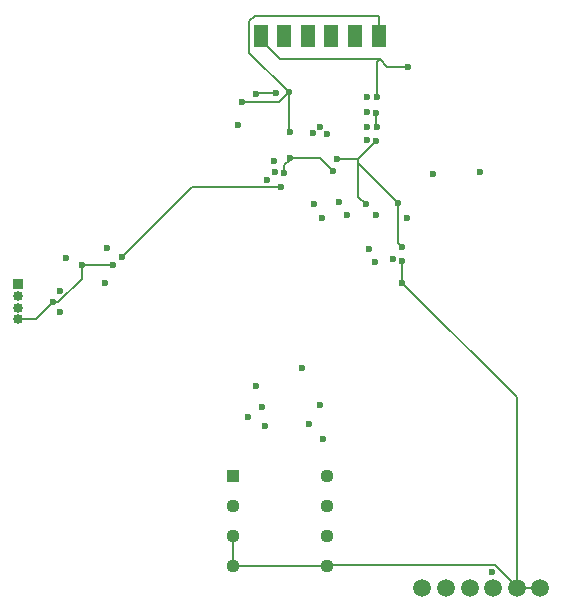
<source format=gbr>
%TF.GenerationSoftware,KiCad,Pcbnew,9.0.2*%
%TF.CreationDate,2025-07-27T21:28:39+05:30*%
%TF.ProjectId,dac,6461632e-6b69-4636-9164-5f7063625858,rev?*%
%TF.SameCoordinates,Original*%
%TF.FileFunction,Copper,L2,Inr*%
%TF.FilePolarity,Positive*%
%FSLAX46Y46*%
G04 Gerber Fmt 4.6, Leading zero omitted, Abs format (unit mm)*
G04 Created by KiCad (PCBNEW 9.0.2) date 2025-07-27 21:28:39*
%MOMM*%
%LPD*%
G01*
G04 APERTURE LIST*
%TA.AperFunction,ComponentPad*%
%ADD10R,0.850000X0.850000*%
%TD*%
%TA.AperFunction,ComponentPad*%
%ADD11C,0.850000*%
%TD*%
%TA.AperFunction,ComponentPad*%
%ADD12R,1.130000X1.130000*%
%TD*%
%TA.AperFunction,ComponentPad*%
%ADD13C,1.130000*%
%TD*%
%TA.AperFunction,ComponentPad*%
%ADD14C,1.500000*%
%TD*%
%TA.AperFunction,ComponentPad*%
%ADD15R,1.270000X1.905000*%
%TD*%
%TA.AperFunction,ViaPad*%
%ADD16C,0.600000*%
%TD*%
%TA.AperFunction,Conductor*%
%ADD17C,0.200000*%
%TD*%
G04 APERTURE END LIST*
D10*
%TO.N,+5V*%
%TO.C,J3*%
X99200000Y-87000000D03*
D11*
%TO.N,unconnected-(J3-Pin_2-Pad2)*%
X99200000Y-88000000D03*
%TO.N,unconnected-(J3-Pin_3-Pad3)*%
X99200000Y-89000000D03*
%TO.N,GND*%
X99200000Y-90000000D03*
%TD*%
D12*
%TO.N,Net-(U3-OUT_A)*%
%TO.C,U3*%
X117355000Y-103240000D03*
D13*
%TO.N,Net-(U3--IN_A)*%
X117355000Y-105780000D03*
%TO.N,AGND*%
X117355000Y-108320000D03*
X117355000Y-110860000D03*
X125295000Y-110860000D03*
%TO.N,Net-(U3--IN_B)*%
X125295000Y-108320000D03*
%TO.N,Net-(U3-OUT_B)*%
X125295000Y-105780000D03*
%TO.N,+5V*%
X125295000Y-103240000D03*
%TD*%
D14*
%TO.N,Net-(C12-Pad1)*%
%TO.C,RV1*%
X137400000Y-112700000D03*
%TO.N,Net-(R5-Pad1)*%
X139400000Y-112700000D03*
%TO.N,AGND*%
X141400000Y-112700000D03*
%TO.N,Net-(C3-Pad2)*%
X135400000Y-112700000D03*
%TO.N,Net-(R6-Pad1)*%
X133400000Y-112700000D03*
%TO.N,AGND*%
X143400000Y-112700000D03*
%TD*%
D15*
%TO.N,AGND*%
%TO.C,J1*%
X119700000Y-66000000D03*
%TO.N,LCK*%
X121652000Y-66000000D03*
%TO.N,DAT*%
X123700000Y-66000000D03*
%TO.N,BCK*%
X125700000Y-66000000D03*
%TO.N,SCK*%
X127700000Y-66000000D03*
%TO.N,GND*%
X129700000Y-66000000D03*
%TD*%
D16*
%TO.N,GND*%
X121425000Y-78825000D03*
X107200000Y-85400000D03*
X122076735Y-70775000D03*
X125850000Y-77450000D03*
X117800000Y-73500000D03*
X122200000Y-74100000D03*
X104600000Y-85400000D03*
X102137500Y-88550000D03*
X108000000Y-84725000D03*
X122175000Y-76325000D03*
X118150000Y-71625000D03*
X121687093Y-77578172D03*
%TO.N,+5V*%
X103200000Y-84800000D03*
X102737500Y-87550000D03*
X102737500Y-89350000D03*
%TO.N,3.3V*%
X106700000Y-83950000D03*
X120250000Y-78200000D03*
X120875000Y-76575000D03*
X128700000Y-72450000D03*
X106550000Y-86950000D03*
X125364048Y-74276939D03*
X121000000Y-70800000D03*
X119300000Y-70925000D03*
X120890000Y-77510000D03*
X128675000Y-74800000D03*
X128700000Y-71200000D03*
X128725000Y-73700000D03*
%TO.N,AGND*%
X131675000Y-86875000D03*
X131700000Y-83825000D03*
X129600000Y-71150000D03*
X132225000Y-68600000D03*
X131700000Y-85025000D03*
X128600000Y-80250000D03*
X129498106Y-72505042D03*
X129550000Y-73700000D03*
X131375000Y-80175000D03*
X129464796Y-74927386D03*
X126150000Y-76450000D03*
%TO.N,Net-(C10-Pad2)*%
X129437504Y-81150001D03*
X127050000Y-81150000D03*
%TO.N,Net-(C11-Pad2)*%
X132075000Y-81375000D03*
X124900000Y-81375000D03*
X128850000Y-84075000D03*
%TO.N,Net-(C12-Pad1)*%
X130900000Y-84900000D03*
X129396000Y-85134600D03*
%TO.N,Net-(U3-OUT_A)*%
X119300000Y-95600000D03*
X123829000Y-98850000D03*
X134300000Y-77700000D03*
%TO.N,Net-(U3--IN_B)*%
X124700000Y-97200000D03*
X118600000Y-98275000D03*
%TO.N,Net-(U3-OUT_B)*%
X120075000Y-99000000D03*
X138300000Y-77550000D03*
X119802474Y-97399000D03*
%TO.N,Net-(U1-OUTL)*%
X124125000Y-74225000D03*
X124225000Y-80200000D03*
%TO.N,Net-(U1-OUTR)*%
X124765693Y-73745926D03*
X126350000Y-80050000D03*
%TO.N,Net-(R5-Pad1)*%
X125029000Y-100100000D03*
X123250000Y-94150000D03*
X139325000Y-111400000D03*
%TD*%
D17*
%TO.N,GND*%
X102137500Y-88550000D02*
X102587443Y-88550000D01*
X121226735Y-71625000D02*
X118150000Y-71625000D01*
X122076735Y-70775000D02*
X121226735Y-71625000D01*
X129700000Y-64275000D02*
X119235500Y-64275000D01*
X100687500Y-90000000D02*
X102137500Y-88550000D01*
X122175000Y-76475000D02*
X121687093Y-76962907D01*
X119235500Y-64275000D02*
X118764000Y-64746500D01*
X102587443Y-88550000D02*
X104600000Y-86537443D01*
X122175000Y-76325000D02*
X122175000Y-76475000D01*
X122076735Y-70775000D02*
X122076735Y-73976735D01*
X122175000Y-76325000D02*
X124725000Y-76325000D01*
X113900000Y-78825000D02*
X121425000Y-78825000D01*
X118764000Y-67462265D02*
X122076735Y-70775000D01*
X118764000Y-64746500D02*
X118764000Y-67462265D01*
X99200000Y-90000000D02*
X100687500Y-90000000D01*
X104600000Y-86537443D02*
X104600000Y-85400000D01*
X108000000Y-84725000D02*
X113900000Y-78825000D01*
X121687093Y-76962907D02*
X121687093Y-77578172D01*
X104600000Y-85400000D02*
X107200000Y-85400000D01*
X129700000Y-66000000D02*
X129700000Y-64275000D01*
X122076735Y-73976735D02*
X122200000Y-74100000D01*
X124725000Y-76325000D02*
X125850000Y-77450000D01*
%TO.N,3.3V*%
X119425000Y-70800000D02*
X119300000Y-70925000D01*
X121000000Y-70800000D02*
X119425000Y-70800000D01*
%TO.N,AGND*%
X127942182Y-76450000D02*
X127942182Y-76742182D01*
X129800000Y-67975000D02*
X130425000Y-68600000D01*
X117355000Y-108320000D02*
X117355000Y-110860000D01*
X139573943Y-110799000D02*
X141400000Y-112625057D01*
X129498106Y-73648106D02*
X129550000Y-73700000D01*
X129464796Y-74927386D02*
X127942182Y-76450000D01*
X127942182Y-76742182D02*
X131375000Y-80175000D01*
X119700000Y-66000000D02*
X119700000Y-66317500D01*
X121357500Y-67975000D02*
X129800000Y-67975000D01*
X141400000Y-112625057D02*
X141400000Y-112700000D01*
X129600000Y-68175000D02*
X129600000Y-71150000D01*
X129800000Y-67975000D02*
X129600000Y-68175000D01*
X131375000Y-83500000D02*
X131700000Y-83825000D01*
X129498106Y-72505042D02*
X129498106Y-73648106D01*
X117355000Y-110860000D02*
X125295000Y-110860000D01*
X131675000Y-86875000D02*
X141400000Y-96600000D01*
X131375000Y-80175000D02*
X131375000Y-83500000D01*
X119700000Y-66317500D02*
X121357500Y-67975000D01*
X125295000Y-110860000D02*
X125356000Y-110799000D01*
X141400000Y-112700000D02*
X143400000Y-112700000D01*
X131675000Y-86875000D02*
X131675000Y-85050000D01*
X127942182Y-76450000D02*
X126150000Y-76450000D01*
X130425000Y-68600000D02*
X132225000Y-68600000D01*
X141400000Y-96600000D02*
X141400000Y-112700000D01*
X131675000Y-85050000D02*
X131700000Y-85025000D01*
X127942182Y-79592182D02*
X128600000Y-80250000D01*
X127942182Y-76450000D02*
X127942182Y-79592182D01*
X125356000Y-110799000D02*
X139573943Y-110799000D01*
%TD*%
M02*

</source>
